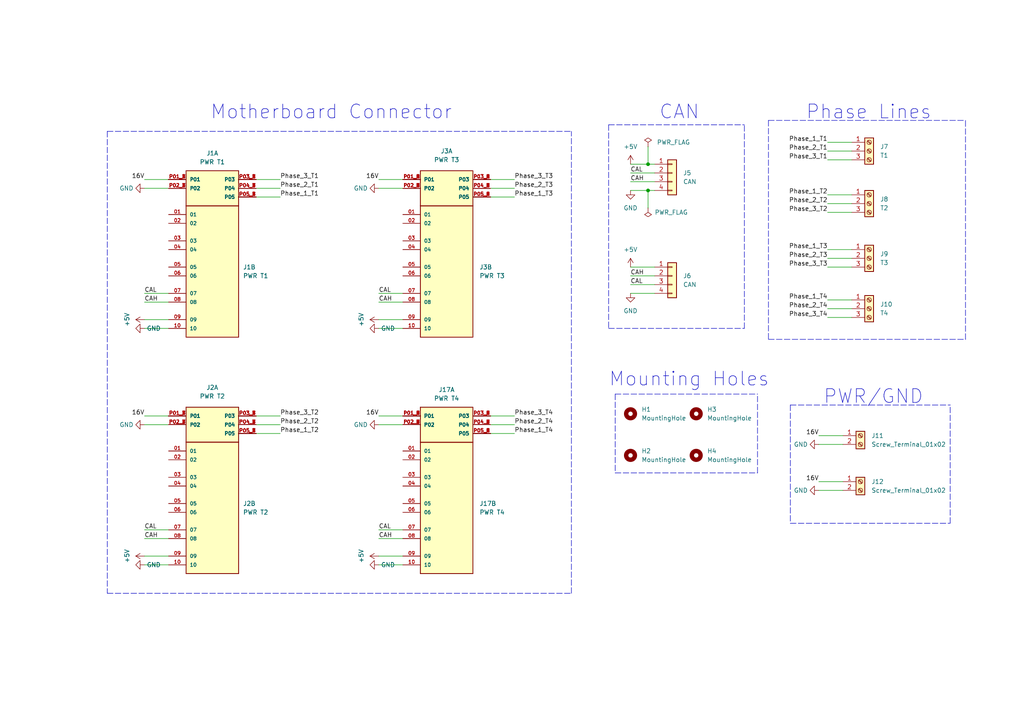
<source format=kicad_sch>
(kicad_sch (version 20211123) (generator eeschema)
  (paper "A4")
  (lib_symbols
    (symbol "Connector:Screw_Terminal_01x02" (pin_names (offset 1.016) hide)
      (property "Reference" "J" (at 0 2.54 0))
      (property "Value" "Screw_Terminal_01x02" (at 0 -5.08 0))
      (symbol "Screw_Terminal_01x02_1_1"
        (rectangle (start -1.27 1.27) (end 1.27 -3.81) (stroke (width 0.254)) (fill (type background)))
        (circle (center 0 -2.54) (radius 0.635) (stroke (width 0.1524)))
        (polyline (pts (xy -0.5334 -2.2098) (xy 0.3302 -3.048)) (stroke (width 0.1524)))
        (polyline (pts (xy -0.5334 0.3302) (xy 0.3302 -0.508)) (stroke (width 0.1524)))
        (polyline (pts (xy -0.3556 -2.032) (xy 0.508 -2.8702)) (stroke (width 0.1524)))
        (polyline (pts (xy -0.3556 0.508) (xy 0.508 -0.3302)) (stroke (width 0.1524)))
        (circle (center 0 0) (radius 0.635) (stroke (width 0.1524)))
        (pin passive line (at -5.08 0 0) (length 3.81) (name "Pin_1") (number "1"))
        (pin passive line (at -5.08 -2.54 0) (length 3.81) (name "Pin_2") (number "2"))
      )
    )
    (symbol "Connector:Screw_Terminal_01x03" (pin_names (offset 1.016) hide)
      (property "Reference" "J" (at 0 5.08 0))
      (property "Value" "Screw_Terminal_01x03" (at 0 -5.08 0))
      (symbol "Screw_Terminal_01x03_1_1"
        (rectangle (start -1.27 3.81) (end 1.27 -3.81) (stroke (width 0.254)) (fill (type background)))
        (circle (center 0 -2.54) (radius 0.635) (stroke (width 0.1524)))
        (polyline (pts (xy -0.5334 -2.2098) (xy 0.3302 -3.048)) (stroke (width 0.1524)))
        (polyline (pts (xy -0.5334 0.3302) (xy 0.3302 -0.508)) (stroke (width 0.1524)))
        (polyline (pts (xy -0.5334 2.8702) (xy 0.3302 2.032)) (stroke (width 0.1524)))
        (polyline (pts (xy -0.3556 -2.032) (xy 0.508 -2.8702)) (stroke (width 0.1524)))
        (polyline (pts (xy -0.3556 0.508) (xy 0.508 -0.3302)) (stroke (width 0.1524)))
        (polyline (pts (xy -0.3556 3.048) (xy 0.508 2.2098)) (stroke (width 0.1524)))
        (circle (center 0 0) (radius 0.635) (stroke (width 0.1524)))
        (circle (center 0 2.54) (radius 0.635) (stroke (width 0.1524)))
        (pin passive line (at -5.08 2.54 0) (length 3.81) (name "Pin_1") (number "1"))
        (pin passive line (at -5.08 0 0) (length 3.81) (name "Pin_2") (number "2"))
        (pin passive line (at -5.08 -2.54 0) (length 3.81) (name "Pin_3") (number "3"))
      )
    )
    (symbol "Connector_Generic:Conn_01x04" (pin_names (offset 1.016) hide)
      (property "Reference" "J" (at 0 5.08 0))
      (property "Value" "Conn_01x04" (at 0 -7.62 0))
      (symbol "Conn_01x04_1_1"
        (rectangle (start -1.27 -4.953) (end 0 -5.207) (stroke (width 0.1524)))
        (rectangle (start -1.27 -2.413) (end 0 -2.667) (stroke (width 0.1524)))
        (rectangle (start -1.27 0.127) (end 0 -0.127) (stroke (width 0.1524)))
        (rectangle (start -1.27 2.667) (end 0 2.413) (stroke (width 0.1524)))
        (rectangle (start -1.27 3.81) (end 1.27 -6.35) (stroke (width 0.254)) (fill (type background)))
        (pin passive line (at -5.08 2.54 0) (length 3.81) (name "Pin_1") (number "1"))
        (pin passive line (at -5.08 0 0) (length 3.81) (name "Pin_2") (number "2"))
        (pin passive line (at -5.08 -2.54 0) (length 3.81) (name "Pin_3") (number "3"))
        (pin passive line (at -5.08 -5.08 0) (length 3.81) (name "Pin_4") (number "4"))
      )
    )
    (symbol "ET60S:ET60S-D02-5-02-D03-S-VP-S" (pin_names (offset 1.016))
      (property "Reference" "J" (at -7.62 5.842 0))
      (property "Value" "ET60S-D02-5-02-D03-S-VP-S" (at -7.62 -7.62 0))
      (symbol "ET60S-D02-5-02-D03-S-VP-S_1_0"
        (rectangle (start -7.62 -5.08) (end 7.62 5.08) (stroke (width 0.254)) (fill (type background)))
        (pin power_in line (at -12.7 2.54 0) (length 5.08) (name "P01") (number "P01_1"))
        (pin power_in line (at -12.7 2.54 0) (length 5.08) (name "P01") (number "P01_2"))
        (pin power_in line (at -12.7 2.54 0) (length 5.08) (name "P01") (number "P01_3"))
        (pin power_in line (at -12.7 2.54 0) (length 5.08) (name "P01") (number "P01_4"))
        (pin power_in line (at -12.7 2.54 0) (length 5.08) (name "P01") (number "P01_5"))
        (pin power_in line (at -12.7 2.54 0) (length 5.08) (name "P01") (number "P01_6"))
        (pin power_in line (at -12.7 2.54 0) (length 5.08) (name "P01") (number "P01_7"))
        (pin power_in line (at -12.7 2.54 0) (length 5.08) (name "P01") (number "P01_8"))
        (pin power_in line (at -12.7 0 0) (length 5.08) (name "P02") (number "P02_1"))
        (pin power_in line (at -12.7 0 0) (length 5.08) (name "P02") (number "P02_2"))
        (pin power_in line (at -12.7 0 0) (length 5.08) (name "P02") (number "P02_3"))
        (pin power_in line (at -12.7 0 0) (length 5.08) (name "P02") (number "P02_4"))
        (pin power_in line (at -12.7 0 0) (length 5.08) (name "P02") (number "P02_5"))
        (pin power_in line (at -12.7 0 0) (length 5.08) (name "P02") (number "P02_6"))
        (pin power_in line (at -12.7 0 0) (length 5.08) (name "P02") (number "P02_7"))
        (pin power_in line (at -12.7 0 0) (length 5.08) (name "P02") (number "P02_8"))
        (pin power_in line (at 12.7 2.54 180) (length 5.08) (name "P03") (number "P03_1"))
        (pin power_in line (at 12.7 2.54 180) (length 5.08) (name "P03") (number "P03_2"))
        (pin power_in line (at 12.7 2.54 180) (length 5.08) (name "P03") (number "P03_3"))
        (pin power_in line (at 12.7 2.54 180) (length 5.08) (name "P03") (number "P03_4"))
        (pin power_in line (at 12.7 2.54 180) (length 5.08) (name "P03") (number "P03_5"))
        (pin power_in line (at 12.7 2.54 180) (length 5.08) (name "P03") (number "P03_6"))
        (pin power_in line (at 12.7 2.54 180) (length 5.08) (name "P03") (number "P03_7"))
        (pin power_in line (at 12.7 2.54 180) (length 5.08) (name "P03") (number "P03_8"))
        (pin power_in line (at 12.7 0 180) (length 5.08) (name "P04") (number "P04_1"))
        (pin power_in line (at 12.7 0 180) (length 5.08) (name "P04") (number "P04_2"))
        (pin power_in line (at 12.7 0 180) (length 5.08) (name "P04") (number "P04_3"))
        (pin power_in line (at 12.7 0 180) (length 5.08) (name "P04") (number "P04_4"))
        (pin power_in line (at 12.7 0 180) (length 5.08) (name "P04") (number "P04_5"))
        (pin power_in line (at 12.7 0 180) (length 5.08) (name "P04") (number "P04_6"))
        (pin power_in line (at 12.7 0 180) (length 5.08) (name "P04") (number "P04_7"))
        (pin power_in line (at 12.7 0 180) (length 5.08) (name "P04") (number "P04_8"))
        (pin power_in line (at 12.7 -2.54 180) (length 5.08) (name "P05") (number "P05_1"))
        (pin power_in line (at 12.7 -2.54 180) (length 5.08) (name "P05") (number "P05_2"))
        (pin power_in line (at 12.7 -2.54 180) (length 5.08) (name "P05") (number "P05_3"))
        (pin power_in line (at 12.7 -2.54 180) (length 5.08) (name "P05") (number "P05_4"))
        (pin power_in line (at 12.7 -2.54 180) (length 5.08) (name "P05") (number "P05_5"))
        (pin power_in line (at 12.7 -2.54 180) (length 5.08) (name "P05") (number "P05_6"))
        (pin power_in line (at 12.7 -2.54 180) (length 5.08) (name "P05") (number "P05_7"))
        (pin power_in line (at 12.7 -2.54 180) (length 5.08) (name "P05") (number "P05_8"))
      )
      (symbol "ET60S-D02-5-02-D03-S-VP-S_2_0"
        (rectangle (start -7.62 -17.78) (end 7.62 20.32) (stroke (width 0.254)) (fill (type background)))
        (pin passive line (at -12.7 17.78 0) (length 5.08) (name "01") (number "01"))
        (pin passive line (at -12.7 15.24 0) (length 5.08) (name "02") (number "02"))
        (pin passive line (at -12.7 10.16 0) (length 5.08) (name "03") (number "03"))
        (pin passive line (at -12.7 7.62 0) (length 5.08) (name "04") (number "04"))
        (pin passive line (at -12.7 2.54 0) (length 5.08) (name "05") (number "05"))
        (pin passive line (at -12.7 0 0) (length 5.08) (name "06") (number "06"))
        (pin passive line (at -12.7 -5.08 0) (length 5.08) (name "07") (number "07"))
        (pin passive line (at -12.7 -7.62 0) (length 5.08) (name "08") (number "08"))
        (pin passive line (at -12.7 -12.7 0) (length 5.08) (name "09") (number "09"))
        (pin passive line (at -12.7 -15.24 0) (length 5.08) (name "10") (number "10"))
      )
    )
    (symbol "Mechanical:MountingHole" (pin_names (offset 1.016))
      (property "Reference" "H" (at 0 5.08 0))
      (property "Value" "MountingHole" (at 0 3.175 0))
      (symbol "MountingHole_0_1"
        (circle (center 0 0) (radius 1.27) (stroke (width 1.27)))
      )
    )
    (symbol "power:+5V" (power) (pin_names (offset 0))
      (property "Value" "+5V" (at 0 3.556 0))
      (symbol "+5V_0_1"
        (polyline (pts (xy -0.762 1.27) (xy 0 2.54)))
        (polyline (pts (xy 0 0) (xy 0 2.54)))
        (polyline (pts (xy 0 2.54) (xy 0.762 1.27)))
      )
      (symbol "+5V_1_1"
        (pin power_in line (at 0 0 90) (length 0) hide (name "+5V") (number "1"))
      )
    )
    (symbol "power:GND" (power) (pin_names (offset 0))
      (property "Value" "GND" (at 0 -3.81 0))
      (symbol "GND_0_1"
        (polyline (pts (xy 0 0) (xy 0 -1.27) (xy 1.27 -1.27) (xy 0 -2.54) (xy -1.27 -1.27) (xy 0 -1.27)))
      )
      (symbol "GND_1_1"
        (pin power_in line (at 0 0 270) (length 0) hide (name "GND") (number "1"))
      )
    )
    (symbol "power:PWR_FLAG" (power) (pin_numbers hide) (pin_names (offset 0) hide)
      (property "Value" "PWR_FLAG" (at 0 3.81 0))
      (symbol "PWR_FLAG_0_0"
        (pin power_out line (at 0 0 90) (length 0) (name "pwr") (number "1"))
      )
      (symbol "PWR_FLAG_0_1"
        (polyline (pts (xy 0 0) (xy 0 1.27) (xy -1.016 1.905) (xy 0 2.54) (xy 1.016 1.905) (xy 0 1.27)))
      )
    )
  )
  (junction (at 187.96 55.245))
  (junction (at 187.96 47.625))
  (wire (pts (xy 240.03 77.47) (xy 247.015 77.47)))
  (wire (pts (xy 149.225 52.07) (xy 142.24 52.07)))
  (wire (pts (xy 182.88 77.47) (xy 189.865 77.47)))
  (wire (pts (xy 81.28 57.15) (xy 74.295 57.15)))
  (wire (pts (xy 187.96 42.545) (xy 187.96 47.625)))
  (wire (pts (xy 81.28 123.19) (xy 74.295 123.19)))
  (wire (pts (xy 149.225 54.61) (xy 142.24 54.61)))
  (wire (pts (xy 41.91 95.25) (xy 48.895 95.25)))
  (polyline (pts (xy 219.71 137.16) (xy 219.71 114.3)))
  (wire (pts (xy 237.49 142.24) (xy 244.475 142.24)))
  (polyline (pts (xy 178.435 114.3) (xy 178.435 137.16)))
  (polyline (pts (xy 176.53 36.195) (xy 176.53 95.25)))
  (wire (pts (xy 182.88 55.245) (xy 187.96 55.245)))
  (wire (pts (xy 109.855 92.71) (xy 116.84 92.71)))
  (wire (pts (xy 149.225 125.73) (xy 142.24 125.73)))
  (wire (pts (xy 41.91 54.61) (xy 48.895 54.61)))
  (wire (pts (xy 240.03 59.055) (xy 247.015 59.055)))
  (wire (pts (xy 182.88 47.625) (xy 187.96 47.625)))
  (wire (pts (xy 187.96 60.325) (xy 187.96 55.245)))
  (polyline (pts (xy 215.9 95.25) (xy 215.9 36.195)))
  (wire (pts (xy 109.855 161.29) (xy 116.84 161.29)))
  (wire (pts (xy 41.91 120.65) (xy 48.895 120.65)))
  (wire (pts (xy 182.88 85.09) (xy 189.865 85.09)))
  (wire (pts (xy 240.03 43.815) (xy 247.015 43.815)))
  (wire (pts (xy 109.855 52.07) (xy 116.84 52.07)))
  (wire (pts (xy 240.03 41.275) (xy 247.015 41.275)))
  (wire (pts (xy 109.855 123.19) (xy 116.84 123.19)))
  (wire (pts (xy 237.49 126.365) (xy 244.475 126.365)))
  (wire (pts (xy 240.03 74.93) (xy 247.015 74.93)))
  (wire (pts (xy 240.03 72.39) (xy 247.015 72.39)))
  (wire (pts (xy 109.855 120.65) (xy 116.84 120.65)))
  (wire (pts (xy 187.96 55.245) (xy 189.865 55.245)))
  (wire (pts (xy 41.91 87.63) (xy 48.895 87.63)))
  (wire (pts (xy 109.855 54.61) (xy 116.84 54.61)))
  (wire (pts (xy 41.91 153.67) (xy 48.895 153.67)))
  (polyline (pts (xy 178.435 114.3) (xy 219.71 114.3)))
  (polyline (pts (xy 229.235 117.475) (xy 275.59 117.475)))
  (wire (pts (xy 240.03 92.075) (xy 247.015 92.075)))
  (polyline (pts (xy 31.115 38.1) (xy 31.115 172.085)))
  (wire (pts (xy 41.91 163.83) (xy 48.895 163.83)))
  (polyline (pts (xy 176.53 36.195) (xy 215.9 36.195)))
  (wire (pts (xy 81.28 125.73) (xy 74.295 125.73)))
  (wire (pts (xy 182.88 82.55) (xy 189.865 82.55)))
  (wire (pts (xy 182.88 52.705) (xy 189.865 52.705)))
  (wire (pts (xy 187.96 47.625) (xy 189.865 47.625)))
  (polyline (pts (xy 176.53 95.25) (xy 215.9 95.25)))
  (polyline (pts (xy 229.235 151.765) (xy 275.59 151.765)))
  (polyline (pts (xy 165.735 172.085) (xy 165.735 38.1)))
  (wire (pts (xy 109.855 87.63) (xy 116.84 87.63)))
  (wire (pts (xy 41.91 85.09) (xy 48.895 85.09)))
  (wire (pts (xy 149.225 57.15) (xy 142.24 57.15)))
  (wire (pts (xy 149.225 123.19) (xy 142.24 123.19)))
  (wire (pts (xy 81.28 120.65) (xy 74.295 120.65)))
  (wire (pts (xy 41.91 161.29) (xy 48.895 161.29)))
  (wire (pts (xy 149.225 120.65) (xy 142.24 120.65)))
  (wire (pts (xy 81.28 54.61) (xy 74.295 54.61)))
  (wire (pts (xy 109.855 163.83) (xy 116.84 163.83)))
  (wire (pts (xy 182.88 80.01) (xy 189.865 80.01)))
  (wire (pts (xy 41.91 52.07) (xy 48.895 52.07)))
  (polyline (pts (xy 31.115 172.085) (xy 165.735 172.085)))
  (polyline (pts (xy 222.885 34.925) (xy 222.885 98.425)))
  (wire (pts (xy 237.49 139.7) (xy 244.475 139.7)))
  (wire (pts (xy 41.91 92.71) (xy 48.895 92.71)))
  (polyline (pts (xy 222.885 98.425) (xy 280.035 98.425)))
  (wire (pts (xy 109.855 156.21) (xy 116.84 156.21)))
  (wire (pts (xy 240.03 56.515) (xy 247.015 56.515)))
  (wire (pts (xy 81.28 52.07) (xy 74.295 52.07)))
  (wire (pts (xy 240.03 61.595) (xy 247.015 61.595)))
  (wire (pts (xy 237.49 128.905) (xy 244.475 128.905)))
  (wire (pts (xy 240.03 86.995) (xy 247.015 86.995)))
  (polyline (pts (xy 275.59 151.765) (xy 275.59 117.475)))
  (wire (pts (xy 109.855 85.09) (xy 116.84 85.09)))
  (wire (pts (xy 109.855 153.67) (xy 116.84 153.67)))
  (polyline (pts (xy 31.115 38.1) (xy 165.735 38.1)))
  (polyline (pts (xy 229.235 117.475) (xy 229.235 151.765)))
  (wire (pts (xy 240.03 46.355) (xy 247.015 46.355)))
  (wire (pts (xy 109.855 95.25) (xy 116.84 95.25)))
  (wire (pts (xy 41.91 156.21) (xy 48.895 156.21)))
  (polyline (pts (xy 280.035 98.425) (xy 280.035 34.925)))
  (wire (pts (xy 41.91 123.19) (xy 48.895 123.19)))
  (polyline (pts (xy 222.885 34.925) (xy 280.035 34.925)))
  (wire (pts (xy 240.03 89.535) (xy 247.015 89.535)))
  (polyline (pts (xy 178.435 137.16) (xy 219.71 137.16)))
  (wire (pts (xy 182.88 50.165) (xy 189.865 50.165)))
  (text "CAN" (at 191.135 34.925 0) (effects (font (size 4 4)) (justify left bottom)))
  (text "Mounting Holes" (at 176.53 112.395 0) (effects (font (size 4 4)) (justify left bottom)))
  (text "PWR/GND" (at 238.76 117.475 0) (effects (font (size 4 4)) (justify left bottom)))
  (text "Phase Lines" (at 233.68 34.925 0) (effects (font (size 4 4)) (justify left bottom)))
  (text "Motherboard Connector" (at 60.96 34.925 0) (effects (font (size 4 4)) (justify left bottom)))
  (label "Phase_1_T3" (at 240.03 72.39 180))
  (label "16V" (at 109.855 52.07 180))
  (label "Phase_1_T2" (at 81.28 125.73 0))
  (label "16V" (at 237.49 126.365 180))
  (label "Phase_3_T2" (at 81.28 120.65 0))
  (label "Phase_2_T3" (at 149.225 54.61 0))
  (label "CAH" (at 41.91 87.63 0))
  (label "CAL" (at 182.88 50.165 0))
  (label "Phase_3_T1" (at 81.28 52.07 0))
  (label "Phase_2_T2" (at 81.28 123.19 0))
  (label "Phase_1_T2" (at 240.03 56.515 180))
  (label "Phase_3_T4" (at 149.225 120.65 0))
  (label "Phase_2_T4" (at 240.03 89.535 180))
  (label "CAL" (at 41.91 153.67 0))
  (label "CAL" (at 109.855 153.67 0))
  (label "16V" (at 109.855 120.65 180))
  (label "16V" (at 41.91 52.07 180))
  (label "Phase_2_T3" (at 240.03 74.93 180))
  (label "Phase_3_T4" (at 240.03 92.075 180))
  (label "Phase_1_T4" (at 149.225 125.73 0))
  (label "Phase_3_T3" (at 149.225 52.07 0))
  (label "16V" (at 237.49 139.7 180))
  (label "Phase_2_T2" (at 240.03 59.055 180))
  (label "Phase_3_T2" (at 240.03 61.595 180))
  (label "Phase_1_T1" (at 81.28 57.15 0))
  (label "Phase_1_T1" (at 240.03 41.275 180))
  (label "Phase_3_T1" (at 240.03 46.355 180))
  (label "CAL" (at 41.91 85.09 0))
  (label "CAH" (at 109.855 156.21 0))
  (label "CAH" (at 41.91 156.21 0))
  (label "CAL" (at 109.855 85.09 0))
  (label "CAL" (at 182.88 82.55 0))
  (label "Phase_1_T3" (at 149.225 57.15 0))
  (label "16V" (at 41.91 120.65 180))
  (label "CAH" (at 109.855 87.63 0))
  (label "CAH" (at 182.88 52.705 0))
  (label "Phase_3_T3" (at 240.03 77.47 180))
  (label "Phase_2_T1" (at 240.03 43.815 180))
  (label "Phase_2_T4" (at 149.225 123.19 0))
  (label "CAH" (at 182.88 80.01 0))
  (label "Phase_1_T4" (at 240.03 86.995 180))
  (label "Phase_2_T1" (at 81.28 54.61 0))
  (symbol (lib_id "power:PWR_FLAG") (at 187.96 60.325 180) (unit 1)
    (property "Reference" "#FLG0101" (effects hide))
    (property "Value" "PWR_FLAG" (at 189.865 61.5949 0) (effects (justify right)))
  )
  (symbol (lib_id "power:GND") (at 182.88 55.245 0) (unit 1)
    (property "Reference" "#PWR0119" (effects hide))
    (property "Value" "GND" (at 182.88 60.325 0))
  )
  (symbol (lib_id "Mechanical:MountingHole") (at 182.88 132.08 0) (unit 1)
    (property "Reference" "H2" (at 186.055 130.8099 0) (effects (justify left)))
    (property "Value" "MountingHole" (at 186.055 133.3499 0) (effects (justify left)))
    (property "Footprint" "MountingHole:MountingHole_4.3mm_M4" (effects hide))
  )
  (symbol (lib_id "ET60S:ET60S-D02-5-02-D03-S-VP-S") (at 129.54 54.61 0) (unit 1)
    (property "Reference" "J3" (at 129.54 43.815 0))
    (property "Value" "PWR T3" (at 129.54 46.355 0))
    (property "Footprint" "ET60S edited:SAMTEC_ET60S-D02-5-02-D03-S-VP-S" (effects hide))
    (property "MAXIMUM_PACKAGE_HEIGHT" "14.38 mm" (effects hide))
    (property "PARTREV" "H" (effects hide))
    (property "STANDARD" "Manufacturer Recommendations" (effects hide))
    (property "MANUFACTURER" "Samtec" (effects hide))
  )
  (symbol (lib_id "power:GND") (at 182.88 85.09 0) (unit 1)
    (property "Reference" "#PWR0117" (effects hide))
    (property "Value" "GND" (at 182.88 90.17 0))
  )
  (symbol (lib_id "power:+5V") (at 41.91 92.71 90) (unit 1)
    (property "Reference" "#PWR0104" (effects hide))
    (property "Value" "+5V" (at 36.83 92.71 0))
  )
  (symbol (lib_id "ET60S:ET60S-D02-5-02-D03-S-VP-S") (at 61.595 148.59 0) (unit 2)
    (property "Reference" "J2" (at 70.485 146.0499 0) (effects (justify left)))
    (property "Value" "PWR T2" (at 70.485 148.5899 0) (effects (justify left)))
    (property "Footprint" "ET60S edited:SAMTEC_ET60S-D02-5-02-D03-S-VP-S" (effects hide))
    (property "MAXIMUM_PACKAGE_HEIGHT" "14.38 mm" (effects hide))
    (property "PARTREV" "H" (effects hide))
    (property "STANDARD" "Manufacturer Recommendations" (effects hide))
    (property "MANUFACTURER" "Samtec" (effects hide))
  )
  (symbol (lib_id "Connector:Screw_Terminal_01x03") (at 252.095 89.535 0) (unit 1)
    (property "Reference" "J10" (at 255.27 88.2649 0) (effects (justify left)))
    (property "Value" "T4" (at 255.27 90.8049 0) (effects (justify left)))
    (property "Footprint" "TerminalBlock_RND:TerminalBlock_RND_205-00288_1x03_P5.08mm_Horizontal" (effects hide))
  )
  (symbol (lib_id "power:GND") (at 237.49 142.24 270) (unit 1)
    (property "Reference" "#PWR0121" (effects hide))
    (property "Value" "GND" (at 234.315 142.2399 90) (effects (justify right)))
  )
  (symbol (lib_id "power:GND") (at 109.855 123.19 270) (unit 1)
    (property "Reference" "#PWR0113" (effects hide))
    (property "Value" "GND" (at 106.68 123.1899 90) (effects (justify right)))
  )
  (symbol (lib_id "Connector:Screw_Terminal_01x02") (at 249.555 126.365 0) (unit 1)
    (property "Reference" "J11" (at 252.73 126.3649 0) (effects (justify left)))
    (property "Value" "Screw_Terminal_01x02" (at 252.73 128.9049 0) (effects (justify left)))
    (property "Footprint" "TerminalBlock_RND:TerminalBlock_RND_205-00287_1x02_P5.08mm_Horizontal" (effects hide))
  )
  (symbol (lib_id "power:GND") (at 41.91 54.61 270) (unit 1)
    (property "Reference" "#PWR0106" (effects hide))
    (property "Value" "GND" (at 38.735 54.6099 90) (effects (justify right)))
  )
  (symbol (lib_id "ET60S:ET60S-D02-5-02-D03-S-VP-S") (at 129.54 148.59 0) (unit 2)
    (property "Reference" "J17" (at 139.065 146.0499 0) (effects (justify left)))
    (property "Value" "PWR T4" (at 139.065 148.5899 0) (effects (justify left)))
    (property "Footprint" "ET60S edited:SAMTEC_ET60S-D02-5-02-D03-S-VP-S" (effects hide))
    (property "MAXIMUM_PACKAGE_HEIGHT" "14.38 mm" (effects hide))
    (property "PARTREV" "H" (effects hide))
    (property "STANDARD" "Manufacturer Recommendations" (effects hide))
    (property "MANUFACTURER" "Samtec" (effects hide))
  )
  (symbol (lib_id "Connector_Generic:Conn_01x04") (at 194.945 80.01 0) (unit 1)
    (property "Reference" "J6" (at 198.12 80.0099 0) (effects (justify left)))
    (property "Value" "CAN" (at 198.12 82.5499 0) (effects (justify left)))
    (property "Footprint" "Connector_JST:JST_GH_SM04B-GHS-TB_1x04-1MP_P1.25mm_Horizontal" (effects hide))
  )
  (symbol (lib_id "power:+5V") (at 182.88 77.47 0) (unit 1)
    (property "Reference" "#PWR0118" (effects hide))
    (property "Value" "+5V" (at 182.88 72.39 0))
  )
  (symbol (lib_id "power:GND") (at 109.855 95.25 270) (unit 1)
    (property "Reference" "#PWR0103" (effects hide))
    (property "Value" "GND" (at 110.49 95.2499 90) (effects (justify left)))
  )
  (symbol (lib_id "power:GND") (at 41.91 95.25 270) (unit 1)
    (property "Reference" "#PWR0105" (effects hide))
    (property "Value" "GND" (at 42.545 95.2499 90) (effects (justify left)))
  )
  (symbol (lib_id "power:GND") (at 109.855 54.61 270) (unit 1)
    (property "Reference" "#PWR0101" (effects hide))
    (property "Value" "GND" (at 106.68 54.6099 90) (effects (justify right)))
  )
  (symbol (lib_id "power:+5V") (at 182.88 47.625 0) (unit 1)
    (property "Reference" "#PWR0120" (effects hide))
    (property "Value" "+5V" (at 182.88 42.545 0))
  )
  (symbol (lib_id "power:+5V") (at 109.855 92.71 90) (unit 1)
    (property "Reference" "#PWR0102" (effects hide))
    (property "Value" "+5V" (at 104.775 92.71 0))
  )
  (symbol (lib_id "power:GND") (at 237.49 128.905 270) (unit 1)
    (property "Reference" "#PWR0122" (effects hide))
    (property "Value" "GND" (at 234.315 128.9049 90) (effects (justify right)))
  )
  (symbol (lib_id "Connector:Screw_Terminal_01x03") (at 252.095 43.815 0) (unit 1)
    (property "Reference" "J7" (at 255.27 42.5449 0) (effects (justify left)))
    (property "Value" "T1" (at 255.27 45.0849 0) (effects (justify left)))
    (property "Footprint" "TerminalBlock_RND:TerminalBlock_RND_205-00288_1x03_P5.08mm_Horizontal" (effects hide))
  )
  (symbol (lib_id "ET60S:ET60S-D02-5-02-D03-S-VP-S") (at 61.595 54.61 0) (unit 1)
    (property "Reference" "J1" (at 61.595 44.45 0))
    (property "Value" "PWR T1" (at 61.595 46.99 0))
    (property "Footprint" "ET60S edited:SAMTEC_ET60S-D02-5-02-D03-S-VP-S" (effects hide))
    (property "MAXIMUM_PACKAGE_HEIGHT" "14.38 mm" (effects hide))
    (property "PARTREV" "H" (effects hide))
    (property "STANDARD" "Manufacturer Recommendations" (effects hide))
    (property "MANUFACTURER" "Samtec" (effects hide))
  )
  (symbol (lib_id "ET60S:ET60S-D02-5-02-D03-S-VP-S") (at 61.595 80.01 0) (unit 2)
    (property "Reference" "J1" (at 70.485 77.4699 0) (effects (justify left)))
    (property "Value" "PWR T1" (at 70.485 80.0099 0) (effects (justify left)))
    (property "Footprint" "ET60S edited:SAMTEC_ET60S-D02-5-02-D03-S-VP-S" (effects hide))
    (property "MAXIMUM_PACKAGE_HEIGHT" "14.38 mm" (effects hide))
    (property "PARTREV" "H" (effects hide))
    (property "STANDARD" "Manufacturer Recommendations" (effects hide))
    (property "MANUFACTURER" "Samtec" (effects hide))
  )
  (symbol (lib_id "Mechanical:MountingHole") (at 201.93 120.015 0) (unit 1)
    (property "Reference" "H3" (at 205.105 118.7449 0) (effects (justify left)))
    (property "Value" "MountingHole" (at 205.105 121.2849 0) (effects (justify left)))
    (property "Footprint" "MountingHole:MountingHole_4.3mm_M4" (effects hide))
  )
  (symbol (lib_id "ET60S:ET60S-D02-5-02-D03-S-VP-S") (at 129.54 123.19 0) (unit 1)
    (property "Reference" "J17" (at 129.54 113.03 0))
    (property "Value" "PWR T4" (at 129.54 115.57 0))
    (property "Footprint" "ET60S edited:SAMTEC_ET60S-D02-5-02-D03-S-VP-S" (effects hide))
    (property "MAXIMUM_PACKAGE_HEIGHT" "14.38 mm" (effects hide))
    (property "PARTREV" "H" (effects hide))
    (property "STANDARD" "Manufacturer Recommendations" (effects hide))
    (property "MANUFACTURER" "Samtec" (effects hide))
  )
  (symbol (lib_id "power:GND") (at 41.91 123.19 270) (unit 1)
    (property "Reference" "#PWR0108" (effects hide))
    (property "Value" "GND" (at 38.735 123.1899 90) (effects (justify right)))
  )
  (symbol (lib_id "power:+5V") (at 109.855 161.29 90) (unit 1)
    (property "Reference" "#PWR0114" (effects hide))
    (property "Value" "+5V" (at 104.775 161.29 0))
  )
  (symbol (lib_id "power:PWR_FLAG") (at 187.96 42.545 0) (unit 1)
    (property "Reference" "#FLG0102" (effects hide))
    (property "Value" "PWR_FLAG" (at 190.5 41.2749 0) (effects (justify left)))
  )
  (symbol (lib_id "Connector:Screw_Terminal_01x03") (at 252.095 59.055 0) (unit 1)
    (property "Reference" "J8" (at 255.27 57.7849 0) (effects (justify left)))
    (property "Value" "T2" (at 255.27 60.3249 0) (effects (justify left)))
    (property "Footprint" "TerminalBlock_RND:TerminalBlock_RND_205-00288_1x03_P5.08mm_Horizontal" (effects hide))
  )
  (symbol (lib_id "Mechanical:MountingHole") (at 201.93 132.08 0) (unit 1)
    (property "Reference" "H4" (at 205.105 130.8099 0) (effects (justify left)))
    (property "Value" "MountingHole" (at 205.105 133.3499 0) (effects (justify left)))
    (property "Footprint" "MountingHole:MountingHole_4.3mm_M4" (effects hide))
  )
  (symbol (lib_id "Connector:Screw_Terminal_01x03") (at 252.095 74.93 0) (unit 1)
    (property "Reference" "J9" (at 255.27 73.6599 0) (effects (justify left)))
    (property "Value" "T3" (at 255.27 76.1999 0) (effects (justify left)))
    (property "Footprint" "TerminalBlock_RND:TerminalBlock_RND_205-00288_1x03_P5.08mm_Horizontal" (effects hide))
  )
  (symbol (lib_id "ET60S:ET60S-D02-5-02-D03-S-VP-S") (at 61.595 123.19 0) (unit 1)
    (property "Reference" "J2" (at 61.595 112.395 0))
    (property "Value" "PWR T2" (at 61.595 114.935 0))
    (property "Footprint" "ET60S edited:SAMTEC_ET60S-D02-5-02-D03-S-VP-S" (effects hide))
    (property "MAXIMUM_PACKAGE_HEIGHT" "14.38 mm" (effects hide))
    (property "PARTREV" "H" (effects hide))
    (property "STANDARD" "Manufacturer Recommendations" (effects hide))
    (property "MANUFACTURER" "Samtec" (effects hide))
  )
  (symbol (lib_id "Mechanical:MountingHole") (at 182.88 120.015 0) (unit 1)
    (property "Reference" "H1" (at 186.055 118.7449 0) (effects (justify left)))
    (property "Value" "MountingHole" (at 186.055 121.2849 0) (effects (justify left)))
    (property "Footprint" "MountingHole:MountingHole_4.3mm_M4" (effects hide))
  )
  (symbol (lib_id "Connector:Screw_Terminal_01x02") (at 249.555 139.7 0) (unit 1)
    (property "Reference" "J12" (at 252.73 139.6999 0) (effects (justify left)))
    (property "Value" "Screw_Terminal_01x02" (at 252.73 142.2399 0) (effects (justify left)))
    (property "Footprint" "TerminalBlock_RND:TerminalBlock_RND_205-00287_1x02_P5.08mm_Horizontal" (effects hide))
  )
  (symbol (lib_id "Connector_Generic:Conn_01x04") (at 194.945 50.165 0) (unit 1)
    (property "Reference" "J5" (at 198.12 50.1649 0) (effects (justify left)))
    (property "Value" "CAN" (at 198.12 52.7049 0) (effects (justify left)))
    (property "Footprint" "Connector_JST:JST_GH_SM04B-GHS-TB_1x04-1MP_P1.25mm_Horizontal" (effects hide))
  )
  (symbol (lib_id "power:+5V") (at 41.91 161.29 90) (unit 1)
    (property "Reference" "#PWR0107" (effects hide))
    (property "Value" "+5V" (at 36.83 161.29 0))
  )
  (symbol (lib_id "power:GND") (at 109.855 163.83 270) (unit 1)
    (property "Reference" "#PWR0115" (effects hide))
    (property "Value" "GND" (at 110.49 163.8299 90) (effects (justify left)))
  )
  (symbol (lib_id "ET60S:ET60S-D02-5-02-D03-S-VP-S") (at 129.54 80.01 0) (unit 2)
    (property "Reference" "J3" (at 139.065 77.4699 0) (effects (justify left)))
    (property "Value" "PWR T3" (at 139.065 80.0099 0) (effects (justify left)))
    (property "Footprint" "ET60S edited:SAMTEC_ET60S-D02-5-02-D03-S-VP-S" (effects hide))
    (property "MAXIMUM_PACKAGE_HEIGHT" "14.38 mm" (effects hide))
    (property "PARTREV" "H" (effects hide))
    (property "STANDARD" "Manufacturer Recommendations" (effects hide))
    (property "MANUFACTURER" "Samtec" (effects hide))
  )
  (symbol (lib_id "power:GND") (at 41.91 163.83 270) (unit 1)
    (property "Reference" "#PWR0109" (effects hide))
    (property "Value" "GND" (at 42.545 163.8299 90) (effects (justify left)))
  )
)
</source>
